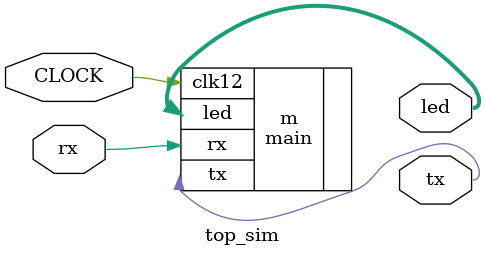
<source format=v>

`include "uart/baudgen.vh"

module top_sim(CLOCK, led, tx, rx);
	input CLOCK;
	output[7:0] led;
	output tx;
	input rx;

	main m (
		.clk12(CLOCK),
		.led(led),
		.tx(tx),
		.rx(rx)
	);
endmodule

</source>
